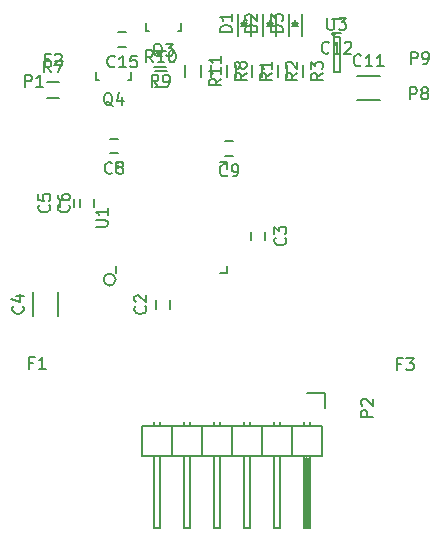
<source format=gto>
G04 #@! TF.FileFunction,Legend,Top*
%FSLAX46Y46*%
G04 Gerber Fmt 4.6, Leading zero omitted, Abs format (unit mm)*
G04 Created by KiCad (PCBNEW 4.0.1-stable) date Tuesday, May 24, 2016 'PMt' 11:55:59 PM*
%MOMM*%
G01*
G04 APERTURE LIST*
%ADD10C,0.100000*%
%ADD11C,0.200000*%
%ADD12C,0.150000*%
G04 APERTURE END LIST*
D10*
D11*
X138106063Y-113550000D02*
G75*
G03X138106063Y-113550000I-506063J0D01*
G01*
D12*
X138151250Y-103611250D02*
X138726250Y-103611250D01*
X147551250Y-113011250D02*
X146976250Y-113011250D01*
X147551250Y-103611250D02*
X146976250Y-103611250D01*
X138151250Y-113011250D02*
X138151250Y-112436250D01*
X147551250Y-113011250D02*
X147551250Y-112436250D01*
X147551250Y-103611250D02*
X147551250Y-104186250D01*
X138151250Y-103611250D02*
X138151250Y-104186250D01*
X141550000Y-116000000D02*
X141550000Y-115300000D01*
X142750000Y-115300000D02*
X142750000Y-116000000D01*
X150800000Y-109500000D02*
X150800000Y-110200000D01*
X149600000Y-110200000D02*
X149600000Y-109500000D01*
X131155000Y-114640000D02*
X131155000Y-116640000D01*
X133205000Y-116640000D02*
X133205000Y-114640000D01*
X133410000Y-107420000D02*
X133410000Y-106720000D01*
X134610000Y-106720000D02*
X134610000Y-107420000D01*
X135070000Y-107410000D02*
X135070000Y-106710000D01*
X136270000Y-106710000D02*
X136270000Y-107410000D01*
X138320000Y-102840000D02*
X137620000Y-102840000D01*
X137620000Y-101640000D02*
X138320000Y-101640000D01*
X148070000Y-103050000D02*
X147370000Y-103050000D01*
X147370000Y-101850000D02*
X148070000Y-101850000D01*
X160530000Y-96315000D02*
X158530000Y-96315000D01*
X158530000Y-98365000D02*
X160530000Y-98365000D01*
X157170000Y-92660000D02*
X156470000Y-92660000D01*
X156470000Y-91460000D02*
X157170000Y-91460000D01*
X139030000Y-93830000D02*
X138330000Y-93830000D01*
X138330000Y-92630000D02*
X139030000Y-92630000D01*
X149550000Y-92949300D02*
X149550000Y-91049300D01*
X148450000Y-92949300D02*
X148450000Y-91049300D01*
X149000000Y-92049300D02*
X149000000Y-91599300D01*
X148750000Y-92099300D02*
X149250000Y-92099300D01*
X149000000Y-92099300D02*
X148750000Y-91849300D01*
X148750000Y-91849300D02*
X149250000Y-91849300D01*
X149250000Y-91849300D02*
X149000000Y-92099300D01*
X151700000Y-92949300D02*
X151700000Y-91049300D01*
X150600000Y-92949300D02*
X150600000Y-91049300D01*
X151150000Y-92049300D02*
X151150000Y-91599300D01*
X150900000Y-92099300D02*
X151400000Y-92099300D01*
X151150000Y-92099300D02*
X150900000Y-91849300D01*
X150900000Y-91849300D02*
X151400000Y-91849300D01*
X151400000Y-91849300D02*
X151150000Y-92099300D01*
X153850000Y-92949300D02*
X153850000Y-91049300D01*
X152750000Y-92949300D02*
X152750000Y-91049300D01*
X153300000Y-92049300D02*
X153300000Y-91599300D01*
X153050000Y-92099300D02*
X153550000Y-92099300D01*
X153300000Y-92099300D02*
X153050000Y-91849300D01*
X153050000Y-91849300D02*
X153550000Y-91849300D01*
X153550000Y-91849300D02*
X153300000Y-92099300D01*
X155880000Y-123140000D02*
X154330000Y-123140000D01*
X155880000Y-124440000D02*
X155880000Y-123140000D01*
X154457000Y-128631000D02*
X154457000Y-134473000D01*
X154457000Y-134473000D02*
X154203000Y-134473000D01*
X154203000Y-134473000D02*
X154203000Y-128631000D01*
X154203000Y-128631000D02*
X154330000Y-128631000D01*
X154330000Y-128631000D02*
X154330000Y-134473000D01*
X154584000Y-125964000D02*
X154584000Y-125583000D01*
X154076000Y-125964000D02*
X154076000Y-125583000D01*
X152044000Y-125964000D02*
X152044000Y-125583000D01*
X151536000Y-125964000D02*
X151536000Y-125583000D01*
X149504000Y-125964000D02*
X149504000Y-125583000D01*
X148996000Y-125964000D02*
X148996000Y-125583000D01*
X141376000Y-125964000D02*
X141376000Y-125583000D01*
X141884000Y-125964000D02*
X141884000Y-125583000D01*
X143916000Y-125964000D02*
X143916000Y-125583000D01*
X144424000Y-125964000D02*
X144424000Y-125583000D01*
X146456000Y-125964000D02*
X146456000Y-125583000D01*
X146964000Y-125964000D02*
X146964000Y-125583000D01*
X155600000Y-125964000D02*
X155600000Y-128504000D01*
X153060000Y-125964000D02*
X153060000Y-128504000D01*
X153060000Y-125964000D02*
X150520000Y-125964000D01*
X150520000Y-125964000D02*
X150520000Y-128504000D01*
X152044000Y-128504000D02*
X152044000Y-134600000D01*
X152044000Y-134600000D02*
X151536000Y-134600000D01*
X151536000Y-134600000D02*
X151536000Y-128504000D01*
X150520000Y-128504000D02*
X153060000Y-128504000D01*
X153060000Y-128504000D02*
X155600000Y-128504000D01*
X154076000Y-134600000D02*
X154076000Y-128504000D01*
X154584000Y-134600000D02*
X154076000Y-134600000D01*
X154584000Y-128504000D02*
X154584000Y-134600000D01*
X153060000Y-125964000D02*
X153060000Y-128504000D01*
X155600000Y-125964000D02*
X153060000Y-125964000D01*
X145440000Y-125964000D02*
X145440000Y-128504000D01*
X145440000Y-125964000D02*
X142900000Y-125964000D01*
X142900000Y-125964000D02*
X142900000Y-128504000D01*
X144424000Y-128504000D02*
X144424000Y-134600000D01*
X144424000Y-134600000D02*
X143916000Y-134600000D01*
X143916000Y-134600000D02*
X143916000Y-128504000D01*
X142900000Y-128504000D02*
X145440000Y-128504000D01*
X140360000Y-128504000D02*
X142900000Y-128504000D01*
X141376000Y-134600000D02*
X141376000Y-128504000D01*
X141884000Y-134600000D02*
X141376000Y-134600000D01*
X141884000Y-128504000D02*
X141884000Y-134600000D01*
X140360000Y-125964000D02*
X140360000Y-128504000D01*
X142900000Y-125964000D02*
X140360000Y-125964000D01*
X142900000Y-125964000D02*
X142900000Y-128504000D01*
X147980000Y-125964000D02*
X147980000Y-128504000D01*
X147980000Y-125964000D02*
X145440000Y-125964000D01*
X145440000Y-125964000D02*
X145440000Y-128504000D01*
X146964000Y-128504000D02*
X146964000Y-134600000D01*
X146964000Y-134600000D02*
X146456000Y-134600000D01*
X146456000Y-134600000D02*
X146456000Y-128504000D01*
X145440000Y-128504000D02*
X147980000Y-128504000D01*
X147980000Y-128504000D02*
X150520000Y-128504000D01*
X148996000Y-134600000D02*
X148996000Y-128504000D01*
X149504000Y-134600000D02*
X148996000Y-134600000D01*
X149504000Y-128504000D02*
X149504000Y-134600000D01*
X147980000Y-125964000D02*
X147980000Y-128504000D01*
X150520000Y-125964000D02*
X147980000Y-125964000D01*
X150520000Y-125964000D02*
X150520000Y-128504000D01*
X140850840Y-92540240D02*
X140899100Y-92540240D01*
X143649820Y-91839200D02*
X143649820Y-92540240D01*
X143649820Y-92540240D02*
X143400900Y-92540240D01*
X140850840Y-92540240D02*
X140650180Y-92540240D01*
X140650180Y-92540240D02*
X140650180Y-91839200D01*
X136650840Y-96690240D02*
X136699100Y-96690240D01*
X139449820Y-95989200D02*
X139449820Y-96690240D01*
X139449820Y-96690240D02*
X139200900Y-96690240D01*
X136650840Y-96690240D02*
X136450180Y-96690240D01*
X136450180Y-96690240D02*
X136450180Y-95989200D01*
X148325000Y-96400000D02*
X148325000Y-95400000D01*
X149675000Y-95400000D02*
X149675000Y-96400000D01*
X150475000Y-96400000D02*
X150475000Y-95400000D01*
X151825000Y-95400000D02*
X151825000Y-96400000D01*
X152625000Y-96400000D02*
X152625000Y-95400000D01*
X153975000Y-95400000D02*
X153975000Y-96400000D01*
X133320000Y-98135000D02*
X132320000Y-98135000D01*
X132320000Y-96785000D02*
X133320000Y-96785000D01*
X146175000Y-96400000D02*
X146175000Y-95400000D01*
X147525000Y-95400000D02*
X147525000Y-96400000D01*
X141400000Y-94195000D02*
X142400000Y-94195000D01*
X142400000Y-95545000D02*
X141400000Y-95545000D01*
X142420000Y-97265000D02*
X141420000Y-97265000D01*
X141420000Y-95915000D02*
X142420000Y-95915000D01*
X144025000Y-96400000D02*
X144025000Y-95400000D01*
X145375000Y-95400000D02*
X145375000Y-96400000D01*
X156650000Y-92800000D02*
G75*
G03X156650000Y-92800000I-100000J0D01*
G01*
X157100000Y-93050000D02*
X156600000Y-93050000D01*
X157100000Y-95950000D02*
X157100000Y-93050000D01*
X156600000Y-95950000D02*
X157100000Y-95950000D01*
X156600000Y-93050000D02*
X156600000Y-95950000D01*
X162286667Y-120688571D02*
X161953333Y-120688571D01*
X161953333Y-121212381D02*
X161953333Y-120212381D01*
X162429524Y-120212381D01*
X162715238Y-120212381D02*
X163334286Y-120212381D01*
X163000952Y-120593333D01*
X163143810Y-120593333D01*
X163239048Y-120640952D01*
X163286667Y-120688571D01*
X163334286Y-120783810D01*
X163334286Y-121021905D01*
X163286667Y-121117143D01*
X163239048Y-121164762D01*
X163143810Y-121212381D01*
X162858095Y-121212381D01*
X162762857Y-121164762D01*
X162715238Y-121117143D01*
X132496667Y-94898571D02*
X132163333Y-94898571D01*
X132163333Y-95422381D02*
X132163333Y-94422381D01*
X132639524Y-94422381D01*
X132972857Y-94517619D02*
X133020476Y-94470000D01*
X133115714Y-94422381D01*
X133353810Y-94422381D01*
X133449048Y-94470000D01*
X133496667Y-94517619D01*
X133544286Y-94612857D01*
X133544286Y-94708095D01*
X133496667Y-94850952D01*
X132925238Y-95422381D01*
X133544286Y-95422381D01*
X136428631Y-109073155D02*
X137238155Y-109073155D01*
X137333393Y-109025536D01*
X137381012Y-108977917D01*
X137428631Y-108882679D01*
X137428631Y-108692202D01*
X137381012Y-108596964D01*
X137333393Y-108549345D01*
X137238155Y-108501726D01*
X136428631Y-108501726D01*
X137428631Y-107501726D02*
X137428631Y-108073155D01*
X137428631Y-107787441D02*
X136428631Y-107787441D01*
X136571488Y-107882679D01*
X136666726Y-107977917D01*
X136714345Y-108073155D01*
X140607143Y-115816666D02*
X140654762Y-115864285D01*
X140702381Y-116007142D01*
X140702381Y-116102380D01*
X140654762Y-116245238D01*
X140559524Y-116340476D01*
X140464286Y-116388095D01*
X140273810Y-116435714D01*
X140130952Y-116435714D01*
X139940476Y-116388095D01*
X139845238Y-116340476D01*
X139750000Y-116245238D01*
X139702381Y-116102380D01*
X139702381Y-116007142D01*
X139750000Y-115864285D01*
X139797619Y-115816666D01*
X139797619Y-115435714D02*
X139750000Y-115388095D01*
X139702381Y-115292857D01*
X139702381Y-115054761D01*
X139750000Y-114959523D01*
X139797619Y-114911904D01*
X139892857Y-114864285D01*
X139988095Y-114864285D01*
X140130952Y-114911904D01*
X140702381Y-115483333D01*
X140702381Y-114864285D01*
X152457143Y-110016666D02*
X152504762Y-110064285D01*
X152552381Y-110207142D01*
X152552381Y-110302380D01*
X152504762Y-110445238D01*
X152409524Y-110540476D01*
X152314286Y-110588095D01*
X152123810Y-110635714D01*
X151980952Y-110635714D01*
X151790476Y-110588095D01*
X151695238Y-110540476D01*
X151600000Y-110445238D01*
X151552381Y-110302380D01*
X151552381Y-110207142D01*
X151600000Y-110064285D01*
X151647619Y-110016666D01*
X151552381Y-109683333D02*
X151552381Y-109064285D01*
X151933333Y-109397619D01*
X151933333Y-109254761D01*
X151980952Y-109159523D01*
X152028571Y-109111904D01*
X152123810Y-109064285D01*
X152361905Y-109064285D01*
X152457143Y-109111904D01*
X152504762Y-109159523D01*
X152552381Y-109254761D01*
X152552381Y-109540476D01*
X152504762Y-109635714D01*
X152457143Y-109683333D01*
X130237143Y-115806666D02*
X130284762Y-115854285D01*
X130332381Y-115997142D01*
X130332381Y-116092380D01*
X130284762Y-116235238D01*
X130189524Y-116330476D01*
X130094286Y-116378095D01*
X129903810Y-116425714D01*
X129760952Y-116425714D01*
X129570476Y-116378095D01*
X129475238Y-116330476D01*
X129380000Y-116235238D01*
X129332381Y-116092380D01*
X129332381Y-115997142D01*
X129380000Y-115854285D01*
X129427619Y-115806666D01*
X129665714Y-114949523D02*
X130332381Y-114949523D01*
X129284762Y-115187619D02*
X129999048Y-115425714D01*
X129999048Y-114806666D01*
X132467143Y-107236666D02*
X132514762Y-107284285D01*
X132562381Y-107427142D01*
X132562381Y-107522380D01*
X132514762Y-107665238D01*
X132419524Y-107760476D01*
X132324286Y-107808095D01*
X132133810Y-107855714D01*
X131990952Y-107855714D01*
X131800476Y-107808095D01*
X131705238Y-107760476D01*
X131610000Y-107665238D01*
X131562381Y-107522380D01*
X131562381Y-107427142D01*
X131610000Y-107284285D01*
X131657619Y-107236666D01*
X131562381Y-106331904D02*
X131562381Y-106808095D01*
X132038571Y-106855714D01*
X131990952Y-106808095D01*
X131943333Y-106712857D01*
X131943333Y-106474761D01*
X131990952Y-106379523D01*
X132038571Y-106331904D01*
X132133810Y-106284285D01*
X132371905Y-106284285D01*
X132467143Y-106331904D01*
X132514762Y-106379523D01*
X132562381Y-106474761D01*
X132562381Y-106712857D01*
X132514762Y-106808095D01*
X132467143Y-106855714D01*
X134127143Y-107226666D02*
X134174762Y-107274285D01*
X134222381Y-107417142D01*
X134222381Y-107512380D01*
X134174762Y-107655238D01*
X134079524Y-107750476D01*
X133984286Y-107798095D01*
X133793810Y-107845714D01*
X133650952Y-107845714D01*
X133460476Y-107798095D01*
X133365238Y-107750476D01*
X133270000Y-107655238D01*
X133222381Y-107512380D01*
X133222381Y-107417142D01*
X133270000Y-107274285D01*
X133317619Y-107226666D01*
X133222381Y-106369523D02*
X133222381Y-106560000D01*
X133270000Y-106655238D01*
X133317619Y-106702857D01*
X133460476Y-106798095D01*
X133650952Y-106845714D01*
X134031905Y-106845714D01*
X134127143Y-106798095D01*
X134174762Y-106750476D01*
X134222381Y-106655238D01*
X134222381Y-106464761D01*
X134174762Y-106369523D01*
X134127143Y-106321904D01*
X134031905Y-106274285D01*
X133793810Y-106274285D01*
X133698571Y-106321904D01*
X133650952Y-106369523D01*
X133603333Y-106464761D01*
X133603333Y-106655238D01*
X133650952Y-106750476D01*
X133698571Y-106798095D01*
X133793810Y-106845714D01*
X137803334Y-104497143D02*
X137755715Y-104544762D01*
X137612858Y-104592381D01*
X137517620Y-104592381D01*
X137374762Y-104544762D01*
X137279524Y-104449524D01*
X137231905Y-104354286D01*
X137184286Y-104163810D01*
X137184286Y-104020952D01*
X137231905Y-103830476D01*
X137279524Y-103735238D01*
X137374762Y-103640000D01*
X137517620Y-103592381D01*
X137612858Y-103592381D01*
X137755715Y-103640000D01*
X137803334Y-103687619D01*
X138374762Y-104020952D02*
X138279524Y-103973333D01*
X138231905Y-103925714D01*
X138184286Y-103830476D01*
X138184286Y-103782857D01*
X138231905Y-103687619D01*
X138279524Y-103640000D01*
X138374762Y-103592381D01*
X138565239Y-103592381D01*
X138660477Y-103640000D01*
X138708096Y-103687619D01*
X138755715Y-103782857D01*
X138755715Y-103830476D01*
X138708096Y-103925714D01*
X138660477Y-103973333D01*
X138565239Y-104020952D01*
X138374762Y-104020952D01*
X138279524Y-104068571D01*
X138231905Y-104116190D01*
X138184286Y-104211429D01*
X138184286Y-104401905D01*
X138231905Y-104497143D01*
X138279524Y-104544762D01*
X138374762Y-104592381D01*
X138565239Y-104592381D01*
X138660477Y-104544762D01*
X138708096Y-104497143D01*
X138755715Y-104401905D01*
X138755715Y-104211429D01*
X138708096Y-104116190D01*
X138660477Y-104068571D01*
X138565239Y-104020952D01*
X147553334Y-104707143D02*
X147505715Y-104754762D01*
X147362858Y-104802381D01*
X147267620Y-104802381D01*
X147124762Y-104754762D01*
X147029524Y-104659524D01*
X146981905Y-104564286D01*
X146934286Y-104373810D01*
X146934286Y-104230952D01*
X146981905Y-104040476D01*
X147029524Y-103945238D01*
X147124762Y-103850000D01*
X147267620Y-103802381D01*
X147362858Y-103802381D01*
X147505715Y-103850000D01*
X147553334Y-103897619D01*
X148029524Y-104802381D02*
X148220000Y-104802381D01*
X148315239Y-104754762D01*
X148362858Y-104707143D01*
X148458096Y-104564286D01*
X148505715Y-104373810D01*
X148505715Y-103992857D01*
X148458096Y-103897619D01*
X148410477Y-103850000D01*
X148315239Y-103802381D01*
X148124762Y-103802381D01*
X148029524Y-103850000D01*
X147981905Y-103897619D01*
X147934286Y-103992857D01*
X147934286Y-104230952D01*
X147981905Y-104326190D01*
X148029524Y-104373810D01*
X148124762Y-104421429D01*
X148315239Y-104421429D01*
X148410477Y-104373810D01*
X148458096Y-104326190D01*
X148505715Y-104230952D01*
X158887143Y-95397143D02*
X158839524Y-95444762D01*
X158696667Y-95492381D01*
X158601429Y-95492381D01*
X158458571Y-95444762D01*
X158363333Y-95349524D01*
X158315714Y-95254286D01*
X158268095Y-95063810D01*
X158268095Y-94920952D01*
X158315714Y-94730476D01*
X158363333Y-94635238D01*
X158458571Y-94540000D01*
X158601429Y-94492381D01*
X158696667Y-94492381D01*
X158839524Y-94540000D01*
X158887143Y-94587619D01*
X159839524Y-95492381D02*
X159268095Y-95492381D01*
X159553809Y-95492381D02*
X159553809Y-94492381D01*
X159458571Y-94635238D01*
X159363333Y-94730476D01*
X159268095Y-94778095D01*
X160791905Y-95492381D02*
X160220476Y-95492381D01*
X160506190Y-95492381D02*
X160506190Y-94492381D01*
X160410952Y-94635238D01*
X160315714Y-94730476D01*
X160220476Y-94778095D01*
X156177143Y-94317143D02*
X156129524Y-94364762D01*
X155986667Y-94412381D01*
X155891429Y-94412381D01*
X155748571Y-94364762D01*
X155653333Y-94269524D01*
X155605714Y-94174286D01*
X155558095Y-93983810D01*
X155558095Y-93840952D01*
X155605714Y-93650476D01*
X155653333Y-93555238D01*
X155748571Y-93460000D01*
X155891429Y-93412381D01*
X155986667Y-93412381D01*
X156129524Y-93460000D01*
X156177143Y-93507619D01*
X157129524Y-94412381D02*
X156558095Y-94412381D01*
X156843809Y-94412381D02*
X156843809Y-93412381D01*
X156748571Y-93555238D01*
X156653333Y-93650476D01*
X156558095Y-93698095D01*
X157510476Y-93507619D02*
X157558095Y-93460000D01*
X157653333Y-93412381D01*
X157891429Y-93412381D01*
X157986667Y-93460000D01*
X158034286Y-93507619D01*
X158081905Y-93602857D01*
X158081905Y-93698095D01*
X158034286Y-93840952D01*
X157462857Y-94412381D01*
X158081905Y-94412381D01*
X138037143Y-95487143D02*
X137989524Y-95534762D01*
X137846667Y-95582381D01*
X137751429Y-95582381D01*
X137608571Y-95534762D01*
X137513333Y-95439524D01*
X137465714Y-95344286D01*
X137418095Y-95153810D01*
X137418095Y-95010952D01*
X137465714Y-94820476D01*
X137513333Y-94725238D01*
X137608571Y-94630000D01*
X137751429Y-94582381D01*
X137846667Y-94582381D01*
X137989524Y-94630000D01*
X138037143Y-94677619D01*
X138989524Y-95582381D02*
X138418095Y-95582381D01*
X138703809Y-95582381D02*
X138703809Y-94582381D01*
X138608571Y-94725238D01*
X138513333Y-94820476D01*
X138418095Y-94868095D01*
X139894286Y-94582381D02*
X139418095Y-94582381D01*
X139370476Y-95058571D01*
X139418095Y-95010952D01*
X139513333Y-94963333D01*
X139751429Y-94963333D01*
X139846667Y-95010952D01*
X139894286Y-95058571D01*
X139941905Y-95153810D01*
X139941905Y-95391905D01*
X139894286Y-95487143D01*
X139846667Y-95534762D01*
X139751429Y-95582381D01*
X139513333Y-95582381D01*
X139418095Y-95534762D01*
X139370476Y-95487143D01*
X147952381Y-92587395D02*
X146952381Y-92587395D01*
X146952381Y-92349300D01*
X147000000Y-92206442D01*
X147095238Y-92111204D01*
X147190476Y-92063585D01*
X147380952Y-92015966D01*
X147523810Y-92015966D01*
X147714286Y-92063585D01*
X147809524Y-92111204D01*
X147904762Y-92206442D01*
X147952381Y-92349300D01*
X147952381Y-92587395D01*
X147952381Y-91063585D02*
X147952381Y-91635014D01*
X147952381Y-91349300D02*
X146952381Y-91349300D01*
X147095238Y-91444538D01*
X147190476Y-91539776D01*
X147238095Y-91635014D01*
X150102381Y-92587395D02*
X149102381Y-92587395D01*
X149102381Y-92349300D01*
X149150000Y-92206442D01*
X149245238Y-92111204D01*
X149340476Y-92063585D01*
X149530952Y-92015966D01*
X149673810Y-92015966D01*
X149864286Y-92063585D01*
X149959524Y-92111204D01*
X150054762Y-92206442D01*
X150102381Y-92349300D01*
X150102381Y-92587395D01*
X149197619Y-91635014D02*
X149150000Y-91587395D01*
X149102381Y-91492157D01*
X149102381Y-91254061D01*
X149150000Y-91158823D01*
X149197619Y-91111204D01*
X149292857Y-91063585D01*
X149388095Y-91063585D01*
X149530952Y-91111204D01*
X150102381Y-91682633D01*
X150102381Y-91063585D01*
X152252381Y-92587395D02*
X151252381Y-92587395D01*
X151252381Y-92349300D01*
X151300000Y-92206442D01*
X151395238Y-92111204D01*
X151490476Y-92063585D01*
X151680952Y-92015966D01*
X151823810Y-92015966D01*
X152014286Y-92063585D01*
X152109524Y-92111204D01*
X152204762Y-92206442D01*
X152252381Y-92349300D01*
X152252381Y-92587395D01*
X151252381Y-91682633D02*
X151252381Y-91063585D01*
X151633333Y-91396919D01*
X151633333Y-91254061D01*
X151680952Y-91158823D01*
X151728571Y-91111204D01*
X151823810Y-91063585D01*
X152061905Y-91063585D01*
X152157143Y-91111204D01*
X152204762Y-91158823D01*
X152252381Y-91254061D01*
X152252381Y-91539776D01*
X152204762Y-91635014D01*
X152157143Y-91682633D01*
X130431905Y-97222381D02*
X130431905Y-96222381D01*
X130812858Y-96222381D01*
X130908096Y-96270000D01*
X130955715Y-96317619D01*
X131003334Y-96412857D01*
X131003334Y-96555714D01*
X130955715Y-96650952D01*
X130908096Y-96698571D01*
X130812858Y-96746190D01*
X130431905Y-96746190D01*
X131955715Y-97222381D02*
X131384286Y-97222381D01*
X131670000Y-97222381D02*
X131670000Y-96222381D01*
X131574762Y-96365238D01*
X131479524Y-96460476D01*
X131384286Y-96508095D01*
X159882381Y-125178095D02*
X158882381Y-125178095D01*
X158882381Y-124797142D01*
X158930000Y-124701904D01*
X158977619Y-124654285D01*
X159072857Y-124606666D01*
X159215714Y-124606666D01*
X159310952Y-124654285D01*
X159358571Y-124701904D01*
X159406190Y-124797142D01*
X159406190Y-125178095D01*
X158977619Y-124225714D02*
X158930000Y-124178095D01*
X158882381Y-124082857D01*
X158882381Y-123844761D01*
X158930000Y-123749523D01*
X158977619Y-123701904D01*
X159072857Y-123654285D01*
X159168095Y-123654285D01*
X159310952Y-123701904D01*
X159882381Y-124273333D01*
X159882381Y-123654285D01*
X163041905Y-98282381D02*
X163041905Y-97282381D01*
X163422858Y-97282381D01*
X163518096Y-97330000D01*
X163565715Y-97377619D01*
X163613334Y-97472857D01*
X163613334Y-97615714D01*
X163565715Y-97710952D01*
X163518096Y-97758571D01*
X163422858Y-97806190D01*
X163041905Y-97806190D01*
X164184762Y-97710952D02*
X164089524Y-97663333D01*
X164041905Y-97615714D01*
X163994286Y-97520476D01*
X163994286Y-97472857D01*
X164041905Y-97377619D01*
X164089524Y-97330000D01*
X164184762Y-97282381D01*
X164375239Y-97282381D01*
X164470477Y-97330000D01*
X164518096Y-97377619D01*
X164565715Y-97472857D01*
X164565715Y-97520476D01*
X164518096Y-97615714D01*
X164470477Y-97663333D01*
X164375239Y-97710952D01*
X164184762Y-97710952D01*
X164089524Y-97758571D01*
X164041905Y-97806190D01*
X163994286Y-97901429D01*
X163994286Y-98091905D01*
X164041905Y-98187143D01*
X164089524Y-98234762D01*
X164184762Y-98282381D01*
X164375239Y-98282381D01*
X164470477Y-98234762D01*
X164518096Y-98187143D01*
X164565715Y-98091905D01*
X164565715Y-97901429D01*
X164518096Y-97806190D01*
X164470477Y-97758571D01*
X164375239Y-97710952D01*
X163111905Y-95282381D02*
X163111905Y-94282381D01*
X163492858Y-94282381D01*
X163588096Y-94330000D01*
X163635715Y-94377619D01*
X163683334Y-94472857D01*
X163683334Y-94615714D01*
X163635715Y-94710952D01*
X163588096Y-94758571D01*
X163492858Y-94806190D01*
X163111905Y-94806190D01*
X164159524Y-95282381D02*
X164350000Y-95282381D01*
X164445239Y-95234762D01*
X164492858Y-95187143D01*
X164588096Y-95044286D01*
X164635715Y-94853810D01*
X164635715Y-94472857D01*
X164588096Y-94377619D01*
X164540477Y-94330000D01*
X164445239Y-94282381D01*
X164254762Y-94282381D01*
X164159524Y-94330000D01*
X164111905Y-94377619D01*
X164064286Y-94472857D01*
X164064286Y-94710952D01*
X164111905Y-94806190D01*
X164159524Y-94853810D01*
X164254762Y-94901429D01*
X164445239Y-94901429D01*
X164540477Y-94853810D01*
X164588096Y-94806190D01*
X164635715Y-94710952D01*
X142054762Y-94687619D02*
X141959524Y-94640000D01*
X141864286Y-94544762D01*
X141721429Y-94401905D01*
X141626190Y-94354286D01*
X141530952Y-94354286D01*
X141578571Y-94592381D02*
X141483333Y-94544762D01*
X141388095Y-94449524D01*
X141340476Y-94259048D01*
X141340476Y-93925714D01*
X141388095Y-93735238D01*
X141483333Y-93640000D01*
X141578571Y-93592381D01*
X141769048Y-93592381D01*
X141864286Y-93640000D01*
X141959524Y-93735238D01*
X142007143Y-93925714D01*
X142007143Y-94259048D01*
X141959524Y-94449524D01*
X141864286Y-94544762D01*
X141769048Y-94592381D01*
X141578571Y-94592381D01*
X142340476Y-93592381D02*
X142959524Y-93592381D01*
X142626190Y-93973333D01*
X142769048Y-93973333D01*
X142864286Y-94020952D01*
X142911905Y-94068571D01*
X142959524Y-94163810D01*
X142959524Y-94401905D01*
X142911905Y-94497143D01*
X142864286Y-94544762D01*
X142769048Y-94592381D01*
X142483333Y-94592381D01*
X142388095Y-94544762D01*
X142340476Y-94497143D01*
X137854762Y-98837619D02*
X137759524Y-98790000D01*
X137664286Y-98694762D01*
X137521429Y-98551905D01*
X137426190Y-98504286D01*
X137330952Y-98504286D01*
X137378571Y-98742381D02*
X137283333Y-98694762D01*
X137188095Y-98599524D01*
X137140476Y-98409048D01*
X137140476Y-98075714D01*
X137188095Y-97885238D01*
X137283333Y-97790000D01*
X137378571Y-97742381D01*
X137569048Y-97742381D01*
X137664286Y-97790000D01*
X137759524Y-97885238D01*
X137807143Y-98075714D01*
X137807143Y-98409048D01*
X137759524Y-98599524D01*
X137664286Y-98694762D01*
X137569048Y-98742381D01*
X137378571Y-98742381D01*
X138664286Y-98075714D02*
X138664286Y-98742381D01*
X138426190Y-97694762D02*
X138188095Y-98409048D01*
X138807143Y-98409048D01*
X151352381Y-96066666D02*
X150876190Y-96400000D01*
X151352381Y-96638095D02*
X150352381Y-96638095D01*
X150352381Y-96257142D01*
X150400000Y-96161904D01*
X150447619Y-96114285D01*
X150542857Y-96066666D01*
X150685714Y-96066666D01*
X150780952Y-96114285D01*
X150828571Y-96161904D01*
X150876190Y-96257142D01*
X150876190Y-96638095D01*
X151352381Y-95114285D02*
X151352381Y-95685714D01*
X151352381Y-95400000D02*
X150352381Y-95400000D01*
X150495238Y-95495238D01*
X150590476Y-95590476D01*
X150638095Y-95685714D01*
X153502381Y-96066666D02*
X153026190Y-96400000D01*
X153502381Y-96638095D02*
X152502381Y-96638095D01*
X152502381Y-96257142D01*
X152550000Y-96161904D01*
X152597619Y-96114285D01*
X152692857Y-96066666D01*
X152835714Y-96066666D01*
X152930952Y-96114285D01*
X152978571Y-96161904D01*
X153026190Y-96257142D01*
X153026190Y-96638095D01*
X152597619Y-95685714D02*
X152550000Y-95638095D01*
X152502381Y-95542857D01*
X152502381Y-95304761D01*
X152550000Y-95209523D01*
X152597619Y-95161904D01*
X152692857Y-95114285D01*
X152788095Y-95114285D01*
X152930952Y-95161904D01*
X153502381Y-95733333D01*
X153502381Y-95114285D01*
X155652381Y-96066666D02*
X155176190Y-96400000D01*
X155652381Y-96638095D02*
X154652381Y-96638095D01*
X154652381Y-96257142D01*
X154700000Y-96161904D01*
X154747619Y-96114285D01*
X154842857Y-96066666D01*
X154985714Y-96066666D01*
X155080952Y-96114285D01*
X155128571Y-96161904D01*
X155176190Y-96257142D01*
X155176190Y-96638095D01*
X154652381Y-95733333D02*
X154652381Y-95114285D01*
X155033333Y-95447619D01*
X155033333Y-95304761D01*
X155080952Y-95209523D01*
X155128571Y-95161904D01*
X155223810Y-95114285D01*
X155461905Y-95114285D01*
X155557143Y-95161904D01*
X155604762Y-95209523D01*
X155652381Y-95304761D01*
X155652381Y-95590476D01*
X155604762Y-95685714D01*
X155557143Y-95733333D01*
X132653334Y-96012381D02*
X132320000Y-95536190D01*
X132081905Y-96012381D02*
X132081905Y-95012381D01*
X132462858Y-95012381D01*
X132558096Y-95060000D01*
X132605715Y-95107619D01*
X132653334Y-95202857D01*
X132653334Y-95345714D01*
X132605715Y-95440952D01*
X132558096Y-95488571D01*
X132462858Y-95536190D01*
X132081905Y-95536190D01*
X132986667Y-95012381D02*
X133653334Y-95012381D01*
X133224762Y-96012381D01*
X149202381Y-96066666D02*
X148726190Y-96400000D01*
X149202381Y-96638095D02*
X148202381Y-96638095D01*
X148202381Y-96257142D01*
X148250000Y-96161904D01*
X148297619Y-96114285D01*
X148392857Y-96066666D01*
X148535714Y-96066666D01*
X148630952Y-96114285D01*
X148678571Y-96161904D01*
X148726190Y-96257142D01*
X148726190Y-96638095D01*
X148630952Y-95495238D02*
X148583333Y-95590476D01*
X148535714Y-95638095D01*
X148440476Y-95685714D01*
X148392857Y-95685714D01*
X148297619Y-95638095D01*
X148250000Y-95590476D01*
X148202381Y-95495238D01*
X148202381Y-95304761D01*
X148250000Y-95209523D01*
X148297619Y-95161904D01*
X148392857Y-95114285D01*
X148440476Y-95114285D01*
X148535714Y-95161904D01*
X148583333Y-95209523D01*
X148630952Y-95304761D01*
X148630952Y-95495238D01*
X148678571Y-95590476D01*
X148726190Y-95638095D01*
X148821429Y-95685714D01*
X149011905Y-95685714D01*
X149107143Y-95638095D01*
X149154762Y-95590476D01*
X149202381Y-95495238D01*
X149202381Y-95304761D01*
X149154762Y-95209523D01*
X149107143Y-95161904D01*
X149011905Y-95114285D01*
X148821429Y-95114285D01*
X148726190Y-95161904D01*
X148678571Y-95209523D01*
X148630952Y-95304761D01*
X141733334Y-97222381D02*
X141400000Y-96746190D01*
X141161905Y-97222381D02*
X141161905Y-96222381D01*
X141542858Y-96222381D01*
X141638096Y-96270000D01*
X141685715Y-96317619D01*
X141733334Y-96412857D01*
X141733334Y-96555714D01*
X141685715Y-96650952D01*
X141638096Y-96698571D01*
X141542858Y-96746190D01*
X141161905Y-96746190D01*
X142209524Y-97222381D02*
X142400000Y-97222381D01*
X142495239Y-97174762D01*
X142542858Y-97127143D01*
X142638096Y-96984286D01*
X142685715Y-96793810D01*
X142685715Y-96412857D01*
X142638096Y-96317619D01*
X142590477Y-96270000D01*
X142495239Y-96222381D01*
X142304762Y-96222381D01*
X142209524Y-96270000D01*
X142161905Y-96317619D01*
X142114286Y-96412857D01*
X142114286Y-96650952D01*
X142161905Y-96746190D01*
X142209524Y-96793810D01*
X142304762Y-96841429D01*
X142495239Y-96841429D01*
X142590477Y-96793810D01*
X142638096Y-96746190D01*
X142685715Y-96650952D01*
X141277143Y-95142381D02*
X140943809Y-94666190D01*
X140705714Y-95142381D02*
X140705714Y-94142381D01*
X141086667Y-94142381D01*
X141181905Y-94190000D01*
X141229524Y-94237619D01*
X141277143Y-94332857D01*
X141277143Y-94475714D01*
X141229524Y-94570952D01*
X141181905Y-94618571D01*
X141086667Y-94666190D01*
X140705714Y-94666190D01*
X142229524Y-95142381D02*
X141658095Y-95142381D01*
X141943809Y-95142381D02*
X141943809Y-94142381D01*
X141848571Y-94285238D01*
X141753333Y-94380476D01*
X141658095Y-94428095D01*
X142848571Y-94142381D02*
X142943810Y-94142381D01*
X143039048Y-94190000D01*
X143086667Y-94237619D01*
X143134286Y-94332857D01*
X143181905Y-94523333D01*
X143181905Y-94761429D01*
X143134286Y-94951905D01*
X143086667Y-95047143D01*
X143039048Y-95094762D01*
X142943810Y-95142381D01*
X142848571Y-95142381D01*
X142753333Y-95094762D01*
X142705714Y-95047143D01*
X142658095Y-94951905D01*
X142610476Y-94761429D01*
X142610476Y-94523333D01*
X142658095Y-94332857D01*
X142705714Y-94237619D01*
X142753333Y-94190000D01*
X142848571Y-94142381D01*
X147052381Y-96542857D02*
X146576190Y-96876191D01*
X147052381Y-97114286D02*
X146052381Y-97114286D01*
X146052381Y-96733333D01*
X146100000Y-96638095D01*
X146147619Y-96590476D01*
X146242857Y-96542857D01*
X146385714Y-96542857D01*
X146480952Y-96590476D01*
X146528571Y-96638095D01*
X146576190Y-96733333D01*
X146576190Y-97114286D01*
X147052381Y-95590476D02*
X147052381Y-96161905D01*
X147052381Y-95876191D02*
X146052381Y-95876191D01*
X146195238Y-95971429D01*
X146290476Y-96066667D01*
X146338095Y-96161905D01*
X147052381Y-94638095D02*
X147052381Y-95209524D01*
X147052381Y-94923810D02*
X146052381Y-94923810D01*
X146195238Y-95019048D01*
X146290476Y-95114286D01*
X146338095Y-95209524D01*
X156038095Y-91402381D02*
X156038095Y-92211905D01*
X156085714Y-92307143D01*
X156133333Y-92354762D01*
X156228571Y-92402381D01*
X156419048Y-92402381D01*
X156514286Y-92354762D01*
X156561905Y-92307143D01*
X156609524Y-92211905D01*
X156609524Y-91402381D01*
X156990476Y-91402381D02*
X157609524Y-91402381D01*
X157276190Y-91783333D01*
X157419048Y-91783333D01*
X157514286Y-91830952D01*
X157561905Y-91878571D01*
X157609524Y-91973810D01*
X157609524Y-92211905D01*
X157561905Y-92307143D01*
X157514286Y-92354762D01*
X157419048Y-92402381D01*
X157133333Y-92402381D01*
X157038095Y-92354762D01*
X156990476Y-92307143D01*
X131126667Y-120588571D02*
X130793333Y-120588571D01*
X130793333Y-121112381D02*
X130793333Y-120112381D01*
X131269524Y-120112381D01*
X132174286Y-121112381D02*
X131602857Y-121112381D01*
X131888571Y-121112381D02*
X131888571Y-120112381D01*
X131793333Y-120255238D01*
X131698095Y-120350476D01*
X131602857Y-120398095D01*
M02*

</source>
